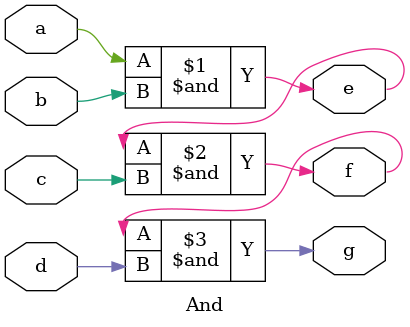
<source format=v>
`timescale 1ns / 1ps


module And(
    input a, b, c, d,
    output e, f, g
    );
    
    assign e = a & b;
    assign f = e & c;
    assign g = f & d;
    
endmodule

</source>
